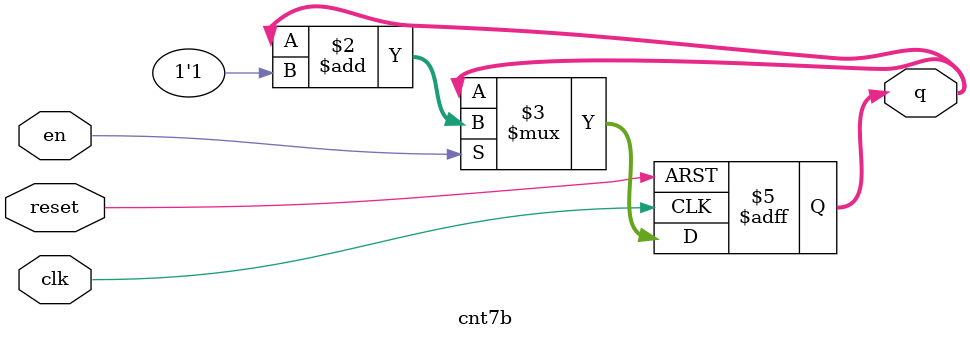
<source format=v>
module cnt7b(
  input clk,
  input reset,
  input en,
  output reg[6:0] q

 );
 always @ (posedge clk, posedge reset)
  if(reset)
  q<=0;
  else if(en)
  q<=q+1'b1;
  
endmodule
</source>
